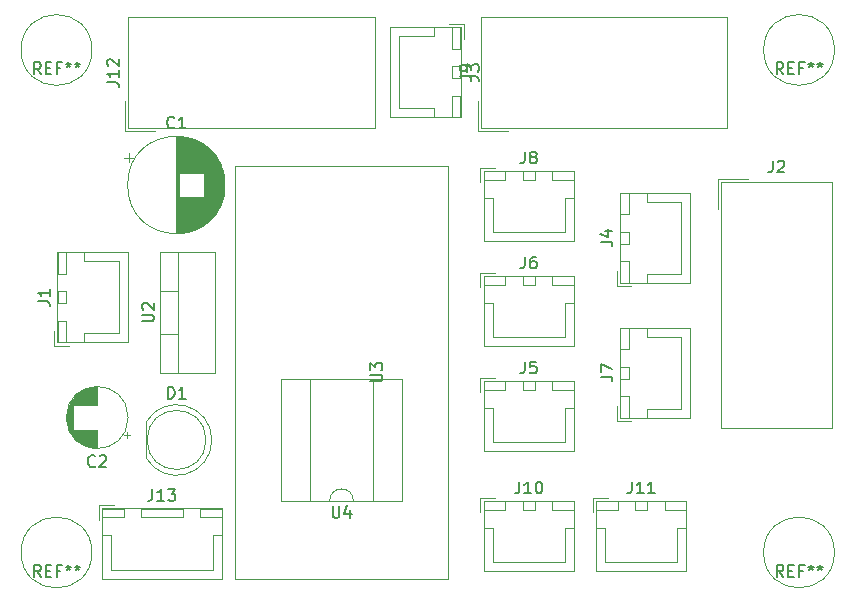
<source format=gbr>
G04 #@! TF.GenerationSoftware,KiCad,Pcbnew,(5.1.2)-2*
G04 #@! TF.CreationDate,2021-07-01T16:30:17+09:00*
G04 #@! TF.ProjectId,stepper_tokutyu,73746570-7065-4725-9f74-6f6b75747975,rev?*
G04 #@! TF.SameCoordinates,Original*
G04 #@! TF.FileFunction,Legend,Top*
G04 #@! TF.FilePolarity,Positive*
%FSLAX46Y46*%
G04 Gerber Fmt 4.6, Leading zero omitted, Abs format (unit mm)*
G04 Created by KiCad (PCBNEW (5.1.2)-2) date 2021-07-01 16:30:17*
%MOMM*%
%LPD*%
G04 APERTURE LIST*
%ADD10C,0.120000*%
%ADD11C,0.150000*%
G04 APERTURE END LIST*
D10*
X111585000Y-106045000D02*
G75*
G03X111585000Y-106045000I-3000000J0D01*
G01*
X111585000Y-148590000D02*
G75*
G03X111585000Y-148590000I-3000000J0D01*
G01*
X174450000Y-148590000D02*
G75*
G03X174450000Y-148590000I-3000000J0D01*
G01*
X174450000Y-106045000D02*
G75*
G03X174450000Y-106045000I-3000000J0D01*
G01*
X122845000Y-117475000D02*
G75*
G03X122845000Y-117475000I-4120000J0D01*
G01*
X118725000Y-113395000D02*
X118725000Y-121555000D01*
X118765000Y-113395000D02*
X118765000Y-121555000D01*
X118805000Y-113395000D02*
X118805000Y-121555000D01*
X118845000Y-113396000D02*
X118845000Y-121554000D01*
X118885000Y-113398000D02*
X118885000Y-121552000D01*
X118925000Y-113399000D02*
X118925000Y-121551000D01*
X118965000Y-113401000D02*
X118965000Y-116435000D01*
X118965000Y-118515000D02*
X118965000Y-121549000D01*
X119005000Y-113404000D02*
X119005000Y-116435000D01*
X119005000Y-118515000D02*
X119005000Y-121546000D01*
X119045000Y-113407000D02*
X119045000Y-116435000D01*
X119045000Y-118515000D02*
X119045000Y-121543000D01*
X119085000Y-113410000D02*
X119085000Y-116435000D01*
X119085000Y-118515000D02*
X119085000Y-121540000D01*
X119125000Y-113414000D02*
X119125000Y-116435000D01*
X119125000Y-118515000D02*
X119125000Y-121536000D01*
X119165000Y-113418000D02*
X119165000Y-116435000D01*
X119165000Y-118515000D02*
X119165000Y-121532000D01*
X119205000Y-113423000D02*
X119205000Y-116435000D01*
X119205000Y-118515000D02*
X119205000Y-121527000D01*
X119245000Y-113427000D02*
X119245000Y-116435000D01*
X119245000Y-118515000D02*
X119245000Y-121523000D01*
X119285000Y-113433000D02*
X119285000Y-116435000D01*
X119285000Y-118515000D02*
X119285000Y-121517000D01*
X119325000Y-113438000D02*
X119325000Y-116435000D01*
X119325000Y-118515000D02*
X119325000Y-121512000D01*
X119365000Y-113445000D02*
X119365000Y-116435000D01*
X119365000Y-118515000D02*
X119365000Y-121505000D01*
X119405000Y-113451000D02*
X119405000Y-116435000D01*
X119405000Y-118515000D02*
X119405000Y-121499000D01*
X119446000Y-113458000D02*
X119446000Y-116435000D01*
X119446000Y-118515000D02*
X119446000Y-121492000D01*
X119486000Y-113465000D02*
X119486000Y-116435000D01*
X119486000Y-118515000D02*
X119486000Y-121485000D01*
X119526000Y-113473000D02*
X119526000Y-116435000D01*
X119526000Y-118515000D02*
X119526000Y-121477000D01*
X119566000Y-113481000D02*
X119566000Y-116435000D01*
X119566000Y-118515000D02*
X119566000Y-121469000D01*
X119606000Y-113490000D02*
X119606000Y-116435000D01*
X119606000Y-118515000D02*
X119606000Y-121460000D01*
X119646000Y-113499000D02*
X119646000Y-116435000D01*
X119646000Y-118515000D02*
X119646000Y-121451000D01*
X119686000Y-113508000D02*
X119686000Y-116435000D01*
X119686000Y-118515000D02*
X119686000Y-121442000D01*
X119726000Y-113518000D02*
X119726000Y-116435000D01*
X119726000Y-118515000D02*
X119726000Y-121432000D01*
X119766000Y-113528000D02*
X119766000Y-116435000D01*
X119766000Y-118515000D02*
X119766000Y-121422000D01*
X119806000Y-113539000D02*
X119806000Y-116435000D01*
X119806000Y-118515000D02*
X119806000Y-121411000D01*
X119846000Y-113550000D02*
X119846000Y-116435000D01*
X119846000Y-118515000D02*
X119846000Y-121400000D01*
X119886000Y-113561000D02*
X119886000Y-116435000D01*
X119886000Y-118515000D02*
X119886000Y-121389000D01*
X119926000Y-113573000D02*
X119926000Y-116435000D01*
X119926000Y-118515000D02*
X119926000Y-121377000D01*
X119966000Y-113586000D02*
X119966000Y-116435000D01*
X119966000Y-118515000D02*
X119966000Y-121364000D01*
X120006000Y-113598000D02*
X120006000Y-116435000D01*
X120006000Y-118515000D02*
X120006000Y-121352000D01*
X120046000Y-113612000D02*
X120046000Y-116435000D01*
X120046000Y-118515000D02*
X120046000Y-121338000D01*
X120086000Y-113625000D02*
X120086000Y-116435000D01*
X120086000Y-118515000D02*
X120086000Y-121325000D01*
X120126000Y-113640000D02*
X120126000Y-116435000D01*
X120126000Y-118515000D02*
X120126000Y-121310000D01*
X120166000Y-113654000D02*
X120166000Y-116435000D01*
X120166000Y-118515000D02*
X120166000Y-121296000D01*
X120206000Y-113670000D02*
X120206000Y-116435000D01*
X120206000Y-118515000D02*
X120206000Y-121280000D01*
X120246000Y-113685000D02*
X120246000Y-116435000D01*
X120246000Y-118515000D02*
X120246000Y-121265000D01*
X120286000Y-113701000D02*
X120286000Y-116435000D01*
X120286000Y-118515000D02*
X120286000Y-121249000D01*
X120326000Y-113718000D02*
X120326000Y-116435000D01*
X120326000Y-118515000D02*
X120326000Y-121232000D01*
X120366000Y-113735000D02*
X120366000Y-116435000D01*
X120366000Y-118515000D02*
X120366000Y-121215000D01*
X120406000Y-113753000D02*
X120406000Y-116435000D01*
X120406000Y-118515000D02*
X120406000Y-121197000D01*
X120446000Y-113771000D02*
X120446000Y-116435000D01*
X120446000Y-118515000D02*
X120446000Y-121179000D01*
X120486000Y-113789000D02*
X120486000Y-116435000D01*
X120486000Y-118515000D02*
X120486000Y-121161000D01*
X120526000Y-113809000D02*
X120526000Y-116435000D01*
X120526000Y-118515000D02*
X120526000Y-121141000D01*
X120566000Y-113828000D02*
X120566000Y-116435000D01*
X120566000Y-118515000D02*
X120566000Y-121122000D01*
X120606000Y-113848000D02*
X120606000Y-116435000D01*
X120606000Y-118515000D02*
X120606000Y-121102000D01*
X120646000Y-113869000D02*
X120646000Y-116435000D01*
X120646000Y-118515000D02*
X120646000Y-121081000D01*
X120686000Y-113891000D02*
X120686000Y-116435000D01*
X120686000Y-118515000D02*
X120686000Y-121059000D01*
X120726000Y-113913000D02*
X120726000Y-116435000D01*
X120726000Y-118515000D02*
X120726000Y-121037000D01*
X120766000Y-113935000D02*
X120766000Y-116435000D01*
X120766000Y-118515000D02*
X120766000Y-121015000D01*
X120806000Y-113958000D02*
X120806000Y-116435000D01*
X120806000Y-118515000D02*
X120806000Y-120992000D01*
X120846000Y-113982000D02*
X120846000Y-116435000D01*
X120846000Y-118515000D02*
X120846000Y-120968000D01*
X120886000Y-114006000D02*
X120886000Y-116435000D01*
X120886000Y-118515000D02*
X120886000Y-120944000D01*
X120926000Y-114031000D02*
X120926000Y-116435000D01*
X120926000Y-118515000D02*
X120926000Y-120919000D01*
X120966000Y-114057000D02*
X120966000Y-116435000D01*
X120966000Y-118515000D02*
X120966000Y-120893000D01*
X121006000Y-114083000D02*
X121006000Y-116435000D01*
X121006000Y-118515000D02*
X121006000Y-120867000D01*
X121046000Y-114110000D02*
X121046000Y-120840000D01*
X121086000Y-114137000D02*
X121086000Y-120813000D01*
X121126000Y-114166000D02*
X121126000Y-120784000D01*
X121166000Y-114195000D02*
X121166000Y-120755000D01*
X121206000Y-114225000D02*
X121206000Y-120725000D01*
X121246000Y-114255000D02*
X121246000Y-120695000D01*
X121286000Y-114286000D02*
X121286000Y-120664000D01*
X121326000Y-114319000D02*
X121326000Y-120631000D01*
X121366000Y-114351000D02*
X121366000Y-120599000D01*
X121406000Y-114385000D02*
X121406000Y-120565000D01*
X121446000Y-114420000D02*
X121446000Y-120530000D01*
X121486000Y-114456000D02*
X121486000Y-120494000D01*
X121526000Y-114492000D02*
X121526000Y-120458000D01*
X121566000Y-114530000D02*
X121566000Y-120420000D01*
X121606000Y-114568000D02*
X121606000Y-120382000D01*
X121646000Y-114608000D02*
X121646000Y-120342000D01*
X121686000Y-114649000D02*
X121686000Y-120301000D01*
X121726000Y-114691000D02*
X121726000Y-120259000D01*
X121766000Y-114734000D02*
X121766000Y-120216000D01*
X121806000Y-114778000D02*
X121806000Y-120172000D01*
X121846000Y-114824000D02*
X121846000Y-120126000D01*
X121886000Y-114871000D02*
X121886000Y-120079000D01*
X121926000Y-114919000D02*
X121926000Y-120031000D01*
X121966000Y-114970000D02*
X121966000Y-119980000D01*
X122006000Y-115021000D02*
X122006000Y-119929000D01*
X122046000Y-115075000D02*
X122046000Y-119875000D01*
X122086000Y-115130000D02*
X122086000Y-119820000D01*
X122126000Y-115188000D02*
X122126000Y-119762000D01*
X122166000Y-115247000D02*
X122166000Y-119703000D01*
X122206000Y-115309000D02*
X122206000Y-119641000D01*
X122246000Y-115373000D02*
X122246000Y-119577000D01*
X122286000Y-115441000D02*
X122286000Y-119509000D01*
X122326000Y-115511000D02*
X122326000Y-119439000D01*
X122366000Y-115585000D02*
X122366000Y-119365000D01*
X122406000Y-115662000D02*
X122406000Y-119288000D01*
X122446000Y-115744000D02*
X122446000Y-119206000D01*
X122486000Y-115830000D02*
X122486000Y-119120000D01*
X122526000Y-115923000D02*
X122526000Y-119027000D01*
X122566000Y-116022000D02*
X122566000Y-118928000D01*
X122606000Y-116129000D02*
X122606000Y-118821000D01*
X122646000Y-116246000D02*
X122646000Y-118704000D01*
X122686000Y-116377000D02*
X122686000Y-118573000D01*
X122726000Y-116527000D02*
X122726000Y-118423000D01*
X122766000Y-116707000D02*
X122766000Y-118243000D01*
X122806000Y-116942000D02*
X122806000Y-118008000D01*
X114315302Y-115160000D02*
X115115302Y-115160000D01*
X114715302Y-114760000D02*
X114715302Y-115560000D01*
X114650000Y-137160000D02*
G75*
G03X114650000Y-137160000I-2620000J0D01*
G01*
X112030000Y-136120000D02*
X112030000Y-134580000D01*
X112030000Y-139740000D02*
X112030000Y-138200000D01*
X111990000Y-136120000D02*
X111990000Y-134580000D01*
X111990000Y-139740000D02*
X111990000Y-138200000D01*
X111950000Y-139739000D02*
X111950000Y-138200000D01*
X111950000Y-136120000D02*
X111950000Y-134581000D01*
X111910000Y-139738000D02*
X111910000Y-138200000D01*
X111910000Y-136120000D02*
X111910000Y-134582000D01*
X111870000Y-139736000D02*
X111870000Y-138200000D01*
X111870000Y-136120000D02*
X111870000Y-134584000D01*
X111830000Y-139733000D02*
X111830000Y-138200000D01*
X111830000Y-136120000D02*
X111830000Y-134587000D01*
X111790000Y-139729000D02*
X111790000Y-138200000D01*
X111790000Y-136120000D02*
X111790000Y-134591000D01*
X111750000Y-139725000D02*
X111750000Y-138200000D01*
X111750000Y-136120000D02*
X111750000Y-134595000D01*
X111710000Y-139721000D02*
X111710000Y-138200000D01*
X111710000Y-136120000D02*
X111710000Y-134599000D01*
X111670000Y-139716000D02*
X111670000Y-138200000D01*
X111670000Y-136120000D02*
X111670000Y-134604000D01*
X111630000Y-139710000D02*
X111630000Y-138200000D01*
X111630000Y-136120000D02*
X111630000Y-134610000D01*
X111590000Y-139703000D02*
X111590000Y-138200000D01*
X111590000Y-136120000D02*
X111590000Y-134617000D01*
X111550000Y-139696000D02*
X111550000Y-138200000D01*
X111550000Y-136120000D02*
X111550000Y-134624000D01*
X111510000Y-139688000D02*
X111510000Y-138200000D01*
X111510000Y-136120000D02*
X111510000Y-134632000D01*
X111470000Y-139680000D02*
X111470000Y-138200000D01*
X111470000Y-136120000D02*
X111470000Y-134640000D01*
X111430000Y-139671000D02*
X111430000Y-138200000D01*
X111430000Y-136120000D02*
X111430000Y-134649000D01*
X111390000Y-139661000D02*
X111390000Y-138200000D01*
X111390000Y-136120000D02*
X111390000Y-134659000D01*
X111350000Y-139651000D02*
X111350000Y-138200000D01*
X111350000Y-136120000D02*
X111350000Y-134669000D01*
X111309000Y-139640000D02*
X111309000Y-138200000D01*
X111309000Y-136120000D02*
X111309000Y-134680000D01*
X111269000Y-139628000D02*
X111269000Y-138200000D01*
X111269000Y-136120000D02*
X111269000Y-134692000D01*
X111229000Y-139615000D02*
X111229000Y-138200000D01*
X111229000Y-136120000D02*
X111229000Y-134705000D01*
X111189000Y-139602000D02*
X111189000Y-138200000D01*
X111189000Y-136120000D02*
X111189000Y-134718000D01*
X111149000Y-139588000D02*
X111149000Y-138200000D01*
X111149000Y-136120000D02*
X111149000Y-134732000D01*
X111109000Y-139574000D02*
X111109000Y-138200000D01*
X111109000Y-136120000D02*
X111109000Y-134746000D01*
X111069000Y-139558000D02*
X111069000Y-138200000D01*
X111069000Y-136120000D02*
X111069000Y-134762000D01*
X111029000Y-139542000D02*
X111029000Y-138200000D01*
X111029000Y-136120000D02*
X111029000Y-134778000D01*
X110989000Y-139525000D02*
X110989000Y-138200000D01*
X110989000Y-136120000D02*
X110989000Y-134795000D01*
X110949000Y-139508000D02*
X110949000Y-138200000D01*
X110949000Y-136120000D02*
X110949000Y-134812000D01*
X110909000Y-139489000D02*
X110909000Y-138200000D01*
X110909000Y-136120000D02*
X110909000Y-134831000D01*
X110869000Y-139470000D02*
X110869000Y-138200000D01*
X110869000Y-136120000D02*
X110869000Y-134850000D01*
X110829000Y-139450000D02*
X110829000Y-138200000D01*
X110829000Y-136120000D02*
X110829000Y-134870000D01*
X110789000Y-139428000D02*
X110789000Y-138200000D01*
X110789000Y-136120000D02*
X110789000Y-134892000D01*
X110749000Y-139407000D02*
X110749000Y-138200000D01*
X110749000Y-136120000D02*
X110749000Y-134913000D01*
X110709000Y-139384000D02*
X110709000Y-138200000D01*
X110709000Y-136120000D02*
X110709000Y-134936000D01*
X110669000Y-139360000D02*
X110669000Y-138200000D01*
X110669000Y-136120000D02*
X110669000Y-134960000D01*
X110629000Y-139335000D02*
X110629000Y-138200000D01*
X110629000Y-136120000D02*
X110629000Y-134985000D01*
X110589000Y-139309000D02*
X110589000Y-138200000D01*
X110589000Y-136120000D02*
X110589000Y-135011000D01*
X110549000Y-139282000D02*
X110549000Y-138200000D01*
X110549000Y-136120000D02*
X110549000Y-135038000D01*
X110509000Y-139255000D02*
X110509000Y-138200000D01*
X110509000Y-136120000D02*
X110509000Y-135065000D01*
X110469000Y-139225000D02*
X110469000Y-138200000D01*
X110469000Y-136120000D02*
X110469000Y-135095000D01*
X110429000Y-139195000D02*
X110429000Y-138200000D01*
X110429000Y-136120000D02*
X110429000Y-135125000D01*
X110389000Y-139164000D02*
X110389000Y-138200000D01*
X110389000Y-136120000D02*
X110389000Y-135156000D01*
X110349000Y-139131000D02*
X110349000Y-138200000D01*
X110349000Y-136120000D02*
X110349000Y-135189000D01*
X110309000Y-139097000D02*
X110309000Y-138200000D01*
X110309000Y-136120000D02*
X110309000Y-135223000D01*
X110269000Y-139061000D02*
X110269000Y-138200000D01*
X110269000Y-136120000D02*
X110269000Y-135259000D01*
X110229000Y-139024000D02*
X110229000Y-138200000D01*
X110229000Y-136120000D02*
X110229000Y-135296000D01*
X110189000Y-138986000D02*
X110189000Y-138200000D01*
X110189000Y-136120000D02*
X110189000Y-135334000D01*
X110149000Y-138945000D02*
X110149000Y-138200000D01*
X110149000Y-136120000D02*
X110149000Y-135375000D01*
X110109000Y-138903000D02*
X110109000Y-138200000D01*
X110109000Y-136120000D02*
X110109000Y-135417000D01*
X110069000Y-138859000D02*
X110069000Y-138200000D01*
X110069000Y-136120000D02*
X110069000Y-135461000D01*
X110029000Y-138813000D02*
X110029000Y-138200000D01*
X110029000Y-136120000D02*
X110029000Y-135507000D01*
X109989000Y-138765000D02*
X109989000Y-135555000D01*
X109949000Y-138714000D02*
X109949000Y-135606000D01*
X109909000Y-138660000D02*
X109909000Y-135660000D01*
X109869000Y-138603000D02*
X109869000Y-135717000D01*
X109829000Y-138543000D02*
X109829000Y-135777000D01*
X109789000Y-138479000D02*
X109789000Y-135841000D01*
X109749000Y-138411000D02*
X109749000Y-135909000D01*
X109709000Y-138338000D02*
X109709000Y-135982000D01*
X109669000Y-138258000D02*
X109669000Y-136062000D01*
X109629000Y-138171000D02*
X109629000Y-136149000D01*
X109589000Y-138075000D02*
X109589000Y-136245000D01*
X109549000Y-137965000D02*
X109549000Y-136355000D01*
X109509000Y-137837000D02*
X109509000Y-136483000D01*
X109469000Y-137678000D02*
X109469000Y-136642000D01*
X109429000Y-137444000D02*
X109429000Y-136876000D01*
X114834775Y-138635000D02*
X114334775Y-138635000D01*
X114584775Y-138885000D02*
X114584775Y-138385000D01*
X108665000Y-130790000D02*
X114635000Y-130790000D01*
X114635000Y-130790000D02*
X114635000Y-123170000D01*
X114635000Y-123170000D02*
X108665000Y-123170000D01*
X108665000Y-123170000D02*
X108665000Y-130790000D01*
X108675000Y-127480000D02*
X109425000Y-127480000D01*
X109425000Y-127480000D02*
X109425000Y-126480000D01*
X109425000Y-126480000D02*
X108675000Y-126480000D01*
X108675000Y-126480000D02*
X108675000Y-127480000D01*
X108675000Y-130780000D02*
X109425000Y-130780000D01*
X109425000Y-130780000D02*
X109425000Y-128980000D01*
X109425000Y-128980000D02*
X108675000Y-128980000D01*
X108675000Y-128980000D02*
X108675000Y-130780000D01*
X108675000Y-124980000D02*
X109425000Y-124980000D01*
X109425000Y-124980000D02*
X109425000Y-123180000D01*
X109425000Y-123180000D02*
X108675000Y-123180000D01*
X108675000Y-123180000D02*
X108675000Y-124980000D01*
X110925000Y-130780000D02*
X110925000Y-130030000D01*
X110925000Y-130030000D02*
X113875000Y-130030000D01*
X113875000Y-130030000D02*
X113875000Y-126980000D01*
X110925000Y-123180000D02*
X110925000Y-123930000D01*
X110925000Y-123930000D02*
X113875000Y-123930000D01*
X113875000Y-123930000D02*
X113875000Y-126980000D01*
X108375000Y-129830000D02*
X108375000Y-131080000D01*
X108375000Y-131080000D02*
X109625000Y-131080000D01*
X164620000Y-116955000D02*
X167160000Y-116955000D01*
X164620000Y-116955000D02*
X164620000Y-119495000D01*
X164870000Y-117205000D02*
X174220000Y-117205000D01*
X164870000Y-138065000D02*
X164870000Y-117205000D01*
X174220000Y-138065000D02*
X164870000Y-138065000D01*
X174220000Y-117205000D02*
X174220000Y-138065000D01*
X142795000Y-104120000D02*
X136825000Y-104120000D01*
X136825000Y-104120000D02*
X136825000Y-111740000D01*
X136825000Y-111740000D02*
X142795000Y-111740000D01*
X142795000Y-111740000D02*
X142795000Y-104120000D01*
X142785000Y-107430000D02*
X142035000Y-107430000D01*
X142035000Y-107430000D02*
X142035000Y-108430000D01*
X142035000Y-108430000D02*
X142785000Y-108430000D01*
X142785000Y-108430000D02*
X142785000Y-107430000D01*
X142785000Y-104130000D02*
X142035000Y-104130000D01*
X142035000Y-104130000D02*
X142035000Y-105930000D01*
X142035000Y-105930000D02*
X142785000Y-105930000D01*
X142785000Y-105930000D02*
X142785000Y-104130000D01*
X142785000Y-109930000D02*
X142035000Y-109930000D01*
X142035000Y-109930000D02*
X142035000Y-111730000D01*
X142035000Y-111730000D02*
X142785000Y-111730000D01*
X142785000Y-111730000D02*
X142785000Y-109930000D01*
X140535000Y-104130000D02*
X140535000Y-104880000D01*
X140535000Y-104880000D02*
X137585000Y-104880000D01*
X137585000Y-104880000D02*
X137585000Y-107930000D01*
X140535000Y-111730000D02*
X140535000Y-110980000D01*
X140535000Y-110980000D02*
X137585000Y-110980000D01*
X137585000Y-110980000D02*
X137585000Y-107930000D01*
X143085000Y-105080000D02*
X143085000Y-103830000D01*
X143085000Y-103830000D02*
X141835000Y-103830000D01*
X156000000Y-126040000D02*
X157250000Y-126040000D01*
X156000000Y-124790000D02*
X156000000Y-126040000D01*
X161500000Y-118890000D02*
X161500000Y-121940000D01*
X158550000Y-118890000D02*
X161500000Y-118890000D01*
X158550000Y-118140000D02*
X158550000Y-118890000D01*
X161500000Y-124990000D02*
X161500000Y-121940000D01*
X158550000Y-124990000D02*
X161500000Y-124990000D01*
X158550000Y-125740000D02*
X158550000Y-124990000D01*
X156300000Y-118140000D02*
X156300000Y-119940000D01*
X157050000Y-118140000D02*
X156300000Y-118140000D01*
X157050000Y-119940000D02*
X157050000Y-118140000D01*
X156300000Y-119940000D02*
X157050000Y-119940000D01*
X156300000Y-123940000D02*
X156300000Y-125740000D01*
X157050000Y-123940000D02*
X156300000Y-123940000D01*
X157050000Y-125740000D02*
X157050000Y-123940000D01*
X156300000Y-125740000D02*
X157050000Y-125740000D01*
X156300000Y-121440000D02*
X156300000Y-122440000D01*
X157050000Y-121440000D02*
X156300000Y-121440000D01*
X157050000Y-122440000D02*
X157050000Y-121440000D01*
X156300000Y-122440000D02*
X157050000Y-122440000D01*
X156290000Y-118130000D02*
X156290000Y-125750000D01*
X162260000Y-118130000D02*
X156290000Y-118130000D01*
X162260000Y-125750000D02*
X162260000Y-118130000D01*
X156290000Y-125750000D02*
X162260000Y-125750000D01*
X144470000Y-133775000D02*
X144470000Y-135025000D01*
X145720000Y-133775000D02*
X144470000Y-133775000D01*
X151620000Y-139275000D02*
X148570000Y-139275000D01*
X151620000Y-136325000D02*
X151620000Y-139275000D01*
X152370000Y-136325000D02*
X151620000Y-136325000D01*
X145520000Y-139275000D02*
X148570000Y-139275000D01*
X145520000Y-136325000D02*
X145520000Y-139275000D01*
X144770000Y-136325000D02*
X145520000Y-136325000D01*
X152370000Y-134075000D02*
X150570000Y-134075000D01*
X152370000Y-134825000D02*
X152370000Y-134075000D01*
X150570000Y-134825000D02*
X152370000Y-134825000D01*
X150570000Y-134075000D02*
X150570000Y-134825000D01*
X146570000Y-134075000D02*
X144770000Y-134075000D01*
X146570000Y-134825000D02*
X146570000Y-134075000D01*
X144770000Y-134825000D02*
X146570000Y-134825000D01*
X144770000Y-134075000D02*
X144770000Y-134825000D01*
X149070000Y-134075000D02*
X148070000Y-134075000D01*
X149070000Y-134825000D02*
X149070000Y-134075000D01*
X148070000Y-134825000D02*
X149070000Y-134825000D01*
X148070000Y-134075000D02*
X148070000Y-134825000D01*
X152380000Y-134065000D02*
X144760000Y-134065000D01*
X152380000Y-140035000D02*
X152380000Y-134065000D01*
X144760000Y-140035000D02*
X152380000Y-140035000D01*
X144760000Y-134065000D02*
X144760000Y-140035000D01*
X144760000Y-125175000D02*
X144760000Y-131145000D01*
X144760000Y-131145000D02*
X152380000Y-131145000D01*
X152380000Y-131145000D02*
X152380000Y-125175000D01*
X152380000Y-125175000D02*
X144760000Y-125175000D01*
X148070000Y-125185000D02*
X148070000Y-125935000D01*
X148070000Y-125935000D02*
X149070000Y-125935000D01*
X149070000Y-125935000D02*
X149070000Y-125185000D01*
X149070000Y-125185000D02*
X148070000Y-125185000D01*
X144770000Y-125185000D02*
X144770000Y-125935000D01*
X144770000Y-125935000D02*
X146570000Y-125935000D01*
X146570000Y-125935000D02*
X146570000Y-125185000D01*
X146570000Y-125185000D02*
X144770000Y-125185000D01*
X150570000Y-125185000D02*
X150570000Y-125935000D01*
X150570000Y-125935000D02*
X152370000Y-125935000D01*
X152370000Y-125935000D02*
X152370000Y-125185000D01*
X152370000Y-125185000D02*
X150570000Y-125185000D01*
X144770000Y-127435000D02*
X145520000Y-127435000D01*
X145520000Y-127435000D02*
X145520000Y-130385000D01*
X145520000Y-130385000D02*
X148570000Y-130385000D01*
X152370000Y-127435000D02*
X151620000Y-127435000D01*
X151620000Y-127435000D02*
X151620000Y-130385000D01*
X151620000Y-130385000D02*
X148570000Y-130385000D01*
X145720000Y-124885000D02*
X144470000Y-124885000D01*
X144470000Y-124885000D02*
X144470000Y-126135000D01*
X156290000Y-137180000D02*
X162260000Y-137180000D01*
X162260000Y-137180000D02*
X162260000Y-129560000D01*
X162260000Y-129560000D02*
X156290000Y-129560000D01*
X156290000Y-129560000D02*
X156290000Y-137180000D01*
X156300000Y-133870000D02*
X157050000Y-133870000D01*
X157050000Y-133870000D02*
X157050000Y-132870000D01*
X157050000Y-132870000D02*
X156300000Y-132870000D01*
X156300000Y-132870000D02*
X156300000Y-133870000D01*
X156300000Y-137170000D02*
X157050000Y-137170000D01*
X157050000Y-137170000D02*
X157050000Y-135370000D01*
X157050000Y-135370000D02*
X156300000Y-135370000D01*
X156300000Y-135370000D02*
X156300000Y-137170000D01*
X156300000Y-131370000D02*
X157050000Y-131370000D01*
X157050000Y-131370000D02*
X157050000Y-129570000D01*
X157050000Y-129570000D02*
X156300000Y-129570000D01*
X156300000Y-129570000D02*
X156300000Y-131370000D01*
X158550000Y-137170000D02*
X158550000Y-136420000D01*
X158550000Y-136420000D02*
X161500000Y-136420000D01*
X161500000Y-136420000D02*
X161500000Y-133370000D01*
X158550000Y-129570000D02*
X158550000Y-130320000D01*
X158550000Y-130320000D02*
X161500000Y-130320000D01*
X161500000Y-130320000D02*
X161500000Y-133370000D01*
X156000000Y-136220000D02*
X156000000Y-137470000D01*
X156000000Y-137470000D02*
X157250000Y-137470000D01*
X144470000Y-115995000D02*
X144470000Y-117245000D01*
X145720000Y-115995000D02*
X144470000Y-115995000D01*
X151620000Y-121495000D02*
X148570000Y-121495000D01*
X151620000Y-118545000D02*
X151620000Y-121495000D01*
X152370000Y-118545000D02*
X151620000Y-118545000D01*
X145520000Y-121495000D02*
X148570000Y-121495000D01*
X145520000Y-118545000D02*
X145520000Y-121495000D01*
X144770000Y-118545000D02*
X145520000Y-118545000D01*
X152370000Y-116295000D02*
X150570000Y-116295000D01*
X152370000Y-117045000D02*
X152370000Y-116295000D01*
X150570000Y-117045000D02*
X152370000Y-117045000D01*
X150570000Y-116295000D02*
X150570000Y-117045000D01*
X146570000Y-116295000D02*
X144770000Y-116295000D01*
X146570000Y-117045000D02*
X146570000Y-116295000D01*
X144770000Y-117045000D02*
X146570000Y-117045000D01*
X144770000Y-116295000D02*
X144770000Y-117045000D01*
X149070000Y-116295000D02*
X148070000Y-116295000D01*
X149070000Y-117045000D02*
X149070000Y-116295000D01*
X148070000Y-117045000D02*
X149070000Y-117045000D01*
X148070000Y-116295000D02*
X148070000Y-117045000D01*
X152380000Y-116285000D02*
X144760000Y-116285000D01*
X152380000Y-122255000D02*
X152380000Y-116285000D01*
X144760000Y-122255000D02*
X152380000Y-122255000D01*
X144760000Y-116285000D02*
X144760000Y-122255000D01*
X144510000Y-103275000D02*
X165370000Y-103275000D01*
X165370000Y-103275000D02*
X165370000Y-112625000D01*
X165370000Y-112625000D02*
X144510000Y-112625000D01*
X144510000Y-112625000D02*
X144510000Y-103275000D01*
X144260000Y-112875000D02*
X146800000Y-112875000D01*
X144260000Y-112875000D02*
X144260000Y-110335000D01*
X144470000Y-143935000D02*
X144470000Y-145185000D01*
X145720000Y-143935000D02*
X144470000Y-143935000D01*
X151620000Y-149435000D02*
X148570000Y-149435000D01*
X151620000Y-146485000D02*
X151620000Y-149435000D01*
X152370000Y-146485000D02*
X151620000Y-146485000D01*
X145520000Y-149435000D02*
X148570000Y-149435000D01*
X145520000Y-146485000D02*
X145520000Y-149435000D01*
X144770000Y-146485000D02*
X145520000Y-146485000D01*
X152370000Y-144235000D02*
X150570000Y-144235000D01*
X152370000Y-144985000D02*
X152370000Y-144235000D01*
X150570000Y-144985000D02*
X152370000Y-144985000D01*
X150570000Y-144235000D02*
X150570000Y-144985000D01*
X146570000Y-144235000D02*
X144770000Y-144235000D01*
X146570000Y-144985000D02*
X146570000Y-144235000D01*
X144770000Y-144985000D02*
X146570000Y-144985000D01*
X144770000Y-144235000D02*
X144770000Y-144985000D01*
X149070000Y-144235000D02*
X148070000Y-144235000D01*
X149070000Y-144985000D02*
X149070000Y-144235000D01*
X148070000Y-144985000D02*
X149070000Y-144985000D01*
X148070000Y-144235000D02*
X148070000Y-144985000D01*
X152380000Y-144225000D02*
X144760000Y-144225000D01*
X152380000Y-150195000D02*
X152380000Y-144225000D01*
X144760000Y-150195000D02*
X152380000Y-150195000D01*
X144760000Y-144225000D02*
X144760000Y-150195000D01*
X154285000Y-144225000D02*
X154285000Y-150195000D01*
X154285000Y-150195000D02*
X161905000Y-150195000D01*
X161905000Y-150195000D02*
X161905000Y-144225000D01*
X161905000Y-144225000D02*
X154285000Y-144225000D01*
X157595000Y-144235000D02*
X157595000Y-144985000D01*
X157595000Y-144985000D02*
X158595000Y-144985000D01*
X158595000Y-144985000D02*
X158595000Y-144235000D01*
X158595000Y-144235000D02*
X157595000Y-144235000D01*
X154295000Y-144235000D02*
X154295000Y-144985000D01*
X154295000Y-144985000D02*
X156095000Y-144985000D01*
X156095000Y-144985000D02*
X156095000Y-144235000D01*
X156095000Y-144235000D02*
X154295000Y-144235000D01*
X160095000Y-144235000D02*
X160095000Y-144985000D01*
X160095000Y-144985000D02*
X161895000Y-144985000D01*
X161895000Y-144985000D02*
X161895000Y-144235000D01*
X161895000Y-144235000D02*
X160095000Y-144235000D01*
X154295000Y-146485000D02*
X155045000Y-146485000D01*
X155045000Y-146485000D02*
X155045000Y-149435000D01*
X155045000Y-149435000D02*
X158095000Y-149435000D01*
X161895000Y-146485000D02*
X161145000Y-146485000D01*
X161145000Y-146485000D02*
X161145000Y-149435000D01*
X161145000Y-149435000D02*
X158095000Y-149435000D01*
X155245000Y-143935000D02*
X153995000Y-143935000D01*
X153995000Y-143935000D02*
X153995000Y-145185000D01*
X114665000Y-103275000D02*
X135525000Y-103275000D01*
X135525000Y-103275000D02*
X135525000Y-112625000D01*
X135525000Y-112625000D02*
X114665000Y-112625000D01*
X114665000Y-112625000D02*
X114665000Y-103275000D01*
X114415000Y-112875000D02*
X116955000Y-112875000D01*
X114415000Y-112875000D02*
X114415000Y-110335000D01*
X112455000Y-144860000D02*
X112455000Y-150830000D01*
X112455000Y-150830000D02*
X122575000Y-150830000D01*
X122575000Y-150830000D02*
X122575000Y-144860000D01*
X122575000Y-144860000D02*
X112455000Y-144860000D01*
X115765000Y-144870000D02*
X115765000Y-145620000D01*
X115765000Y-145620000D02*
X119265000Y-145620000D01*
X119265000Y-145620000D02*
X119265000Y-144870000D01*
X119265000Y-144870000D02*
X115765000Y-144870000D01*
X112465000Y-144870000D02*
X112465000Y-145620000D01*
X112465000Y-145620000D02*
X114265000Y-145620000D01*
X114265000Y-145620000D02*
X114265000Y-144870000D01*
X114265000Y-144870000D02*
X112465000Y-144870000D01*
X120765000Y-144870000D02*
X120765000Y-145620000D01*
X120765000Y-145620000D02*
X122565000Y-145620000D01*
X122565000Y-145620000D02*
X122565000Y-144870000D01*
X122565000Y-144870000D02*
X120765000Y-144870000D01*
X112465000Y-147120000D02*
X113215000Y-147120000D01*
X113215000Y-147120000D02*
X113215000Y-150070000D01*
X113215000Y-150070000D02*
X117515000Y-150070000D01*
X122565000Y-147120000D02*
X121815000Y-147120000D01*
X121815000Y-147120000D02*
X121815000Y-150070000D01*
X121815000Y-150070000D02*
X117515000Y-150070000D01*
X113415000Y-144570000D02*
X112165000Y-144570000D01*
X112165000Y-144570000D02*
X112165000Y-145820000D01*
X117380000Y-133390000D02*
X117380000Y-123150000D01*
X122021000Y-133390000D02*
X122021000Y-123150000D01*
X117380000Y-133390000D02*
X122021000Y-133390000D01*
X117380000Y-123150000D02*
X122021000Y-123150000D01*
X118890000Y-133390000D02*
X118890000Y-123150000D01*
X117380000Y-130120000D02*
X118890000Y-130120000D01*
X117380000Y-126419000D02*
X118890000Y-126419000D01*
X123715000Y-150850000D02*
X141715000Y-150850000D01*
X141715000Y-115850000D02*
X123715000Y-115850000D01*
X123715000Y-115850000D02*
X123715000Y-150850000D01*
X141715000Y-115850000D02*
X141715000Y-150850000D01*
X131715000Y-144205000D02*
G75*
G02X133715000Y-144205000I1000000J0D01*
G01*
X133715000Y-144205000D02*
X135365000Y-144205000D01*
X135365000Y-144205000D02*
X135365000Y-133925000D01*
X135365000Y-133925000D02*
X130065000Y-133925000D01*
X130065000Y-133925000D02*
X130065000Y-144205000D01*
X130065000Y-144205000D02*
X131715000Y-144205000D01*
X137855000Y-144265000D02*
X137855000Y-133865000D01*
X137855000Y-133865000D02*
X127575000Y-133865000D01*
X127575000Y-133865000D02*
X127575000Y-144265000D01*
X127575000Y-144265000D02*
X137855000Y-144265000D01*
X121735000Y-139065462D02*
G75*
G03X116185000Y-137520170I-2990000J462D01*
G01*
X121735000Y-139064538D02*
G75*
G02X116185000Y-140609830I-2990000J-462D01*
G01*
X121245000Y-139065000D02*
G75*
G03X121245000Y-139065000I-2500000J0D01*
G01*
X116185000Y-137520000D02*
X116185000Y-140610000D01*
D11*
X107251666Y-108097380D02*
X106918333Y-107621190D01*
X106680238Y-108097380D02*
X106680238Y-107097380D01*
X107061190Y-107097380D01*
X107156428Y-107145000D01*
X107204047Y-107192619D01*
X107251666Y-107287857D01*
X107251666Y-107430714D01*
X107204047Y-107525952D01*
X107156428Y-107573571D01*
X107061190Y-107621190D01*
X106680238Y-107621190D01*
X107680238Y-107573571D02*
X108013571Y-107573571D01*
X108156428Y-108097380D02*
X107680238Y-108097380D01*
X107680238Y-107097380D01*
X108156428Y-107097380D01*
X108918333Y-107573571D02*
X108585000Y-107573571D01*
X108585000Y-108097380D02*
X108585000Y-107097380D01*
X109061190Y-107097380D01*
X109585000Y-107097380D02*
X109585000Y-107335476D01*
X109346904Y-107240238D02*
X109585000Y-107335476D01*
X109823095Y-107240238D01*
X109442142Y-107525952D02*
X109585000Y-107335476D01*
X109727857Y-107525952D01*
X110346904Y-107097380D02*
X110346904Y-107335476D01*
X110108809Y-107240238D02*
X110346904Y-107335476D01*
X110585000Y-107240238D01*
X110204047Y-107525952D02*
X110346904Y-107335476D01*
X110489761Y-107525952D01*
X107251666Y-150642380D02*
X106918333Y-150166190D01*
X106680238Y-150642380D02*
X106680238Y-149642380D01*
X107061190Y-149642380D01*
X107156428Y-149690000D01*
X107204047Y-149737619D01*
X107251666Y-149832857D01*
X107251666Y-149975714D01*
X107204047Y-150070952D01*
X107156428Y-150118571D01*
X107061190Y-150166190D01*
X106680238Y-150166190D01*
X107680238Y-150118571D02*
X108013571Y-150118571D01*
X108156428Y-150642380D02*
X107680238Y-150642380D01*
X107680238Y-149642380D01*
X108156428Y-149642380D01*
X108918333Y-150118571D02*
X108585000Y-150118571D01*
X108585000Y-150642380D02*
X108585000Y-149642380D01*
X109061190Y-149642380D01*
X109585000Y-149642380D02*
X109585000Y-149880476D01*
X109346904Y-149785238D02*
X109585000Y-149880476D01*
X109823095Y-149785238D01*
X109442142Y-150070952D02*
X109585000Y-149880476D01*
X109727857Y-150070952D01*
X110346904Y-149642380D02*
X110346904Y-149880476D01*
X110108809Y-149785238D02*
X110346904Y-149880476D01*
X110585000Y-149785238D01*
X110204047Y-150070952D02*
X110346904Y-149880476D01*
X110489761Y-150070952D01*
X170116666Y-150642380D02*
X169783333Y-150166190D01*
X169545238Y-150642380D02*
X169545238Y-149642380D01*
X169926190Y-149642380D01*
X170021428Y-149690000D01*
X170069047Y-149737619D01*
X170116666Y-149832857D01*
X170116666Y-149975714D01*
X170069047Y-150070952D01*
X170021428Y-150118571D01*
X169926190Y-150166190D01*
X169545238Y-150166190D01*
X170545238Y-150118571D02*
X170878571Y-150118571D01*
X171021428Y-150642380D02*
X170545238Y-150642380D01*
X170545238Y-149642380D01*
X171021428Y-149642380D01*
X171783333Y-150118571D02*
X171450000Y-150118571D01*
X171450000Y-150642380D02*
X171450000Y-149642380D01*
X171926190Y-149642380D01*
X172450000Y-149642380D02*
X172450000Y-149880476D01*
X172211904Y-149785238D02*
X172450000Y-149880476D01*
X172688095Y-149785238D01*
X172307142Y-150070952D02*
X172450000Y-149880476D01*
X172592857Y-150070952D01*
X173211904Y-149642380D02*
X173211904Y-149880476D01*
X172973809Y-149785238D02*
X173211904Y-149880476D01*
X173450000Y-149785238D01*
X173069047Y-150070952D02*
X173211904Y-149880476D01*
X173354761Y-150070952D01*
X170116666Y-108097380D02*
X169783333Y-107621190D01*
X169545238Y-108097380D02*
X169545238Y-107097380D01*
X169926190Y-107097380D01*
X170021428Y-107145000D01*
X170069047Y-107192619D01*
X170116666Y-107287857D01*
X170116666Y-107430714D01*
X170069047Y-107525952D01*
X170021428Y-107573571D01*
X169926190Y-107621190D01*
X169545238Y-107621190D01*
X170545238Y-107573571D02*
X170878571Y-107573571D01*
X171021428Y-108097380D02*
X170545238Y-108097380D01*
X170545238Y-107097380D01*
X171021428Y-107097380D01*
X171783333Y-107573571D02*
X171450000Y-107573571D01*
X171450000Y-108097380D02*
X171450000Y-107097380D01*
X171926190Y-107097380D01*
X172450000Y-107097380D02*
X172450000Y-107335476D01*
X172211904Y-107240238D02*
X172450000Y-107335476D01*
X172688095Y-107240238D01*
X172307142Y-107525952D02*
X172450000Y-107335476D01*
X172592857Y-107525952D01*
X173211904Y-107097380D02*
X173211904Y-107335476D01*
X172973809Y-107240238D02*
X173211904Y-107335476D01*
X173450000Y-107240238D01*
X173069047Y-107525952D02*
X173211904Y-107335476D01*
X173354761Y-107525952D01*
X118558333Y-112582142D02*
X118510714Y-112629761D01*
X118367857Y-112677380D01*
X118272619Y-112677380D01*
X118129761Y-112629761D01*
X118034523Y-112534523D01*
X117986904Y-112439285D01*
X117939285Y-112248809D01*
X117939285Y-112105952D01*
X117986904Y-111915476D01*
X118034523Y-111820238D01*
X118129761Y-111725000D01*
X118272619Y-111677380D01*
X118367857Y-111677380D01*
X118510714Y-111725000D01*
X118558333Y-111772619D01*
X119510714Y-112677380D02*
X118939285Y-112677380D01*
X119225000Y-112677380D02*
X119225000Y-111677380D01*
X119129761Y-111820238D01*
X119034523Y-111915476D01*
X118939285Y-111963095D01*
X111863333Y-141267142D02*
X111815714Y-141314761D01*
X111672857Y-141362380D01*
X111577619Y-141362380D01*
X111434761Y-141314761D01*
X111339523Y-141219523D01*
X111291904Y-141124285D01*
X111244285Y-140933809D01*
X111244285Y-140790952D01*
X111291904Y-140600476D01*
X111339523Y-140505238D01*
X111434761Y-140410000D01*
X111577619Y-140362380D01*
X111672857Y-140362380D01*
X111815714Y-140410000D01*
X111863333Y-140457619D01*
X112244285Y-140457619D02*
X112291904Y-140410000D01*
X112387142Y-140362380D01*
X112625238Y-140362380D01*
X112720476Y-140410000D01*
X112768095Y-140457619D01*
X112815714Y-140552857D01*
X112815714Y-140648095D01*
X112768095Y-140790952D01*
X112196666Y-141362380D01*
X112815714Y-141362380D01*
X107027380Y-127313333D02*
X107741666Y-127313333D01*
X107884523Y-127360952D01*
X107979761Y-127456190D01*
X108027380Y-127599047D01*
X108027380Y-127694285D01*
X108027380Y-126313333D02*
X108027380Y-126884761D01*
X108027380Y-126599047D02*
X107027380Y-126599047D01*
X107170238Y-126694285D01*
X107265476Y-126789523D01*
X107313095Y-126884761D01*
X169211666Y-115403380D02*
X169211666Y-116117666D01*
X169164047Y-116260523D01*
X169068809Y-116355761D01*
X168925952Y-116403380D01*
X168830714Y-116403380D01*
X169640238Y-115498619D02*
X169687857Y-115451000D01*
X169783095Y-115403380D01*
X170021190Y-115403380D01*
X170116428Y-115451000D01*
X170164047Y-115498619D01*
X170211666Y-115593857D01*
X170211666Y-115689095D01*
X170164047Y-115831952D01*
X169592619Y-116403380D01*
X170211666Y-116403380D01*
X143337380Y-108263333D02*
X144051666Y-108263333D01*
X144194523Y-108310952D01*
X144289761Y-108406190D01*
X144337380Y-108549047D01*
X144337380Y-108644285D01*
X143337380Y-107882380D02*
X143337380Y-107263333D01*
X143718333Y-107596666D01*
X143718333Y-107453809D01*
X143765952Y-107358571D01*
X143813571Y-107310952D01*
X143908809Y-107263333D01*
X144146904Y-107263333D01*
X144242142Y-107310952D01*
X144289761Y-107358571D01*
X144337380Y-107453809D01*
X144337380Y-107739523D01*
X144289761Y-107834761D01*
X144242142Y-107882380D01*
X154652380Y-122273333D02*
X155366666Y-122273333D01*
X155509523Y-122320952D01*
X155604761Y-122416190D01*
X155652380Y-122559047D01*
X155652380Y-122654285D01*
X154985714Y-121368571D02*
X155652380Y-121368571D01*
X154604761Y-121606666D02*
X155319047Y-121844761D01*
X155319047Y-121225714D01*
X148236666Y-132427380D02*
X148236666Y-133141666D01*
X148189047Y-133284523D01*
X148093809Y-133379761D01*
X147950952Y-133427380D01*
X147855714Y-133427380D01*
X149189047Y-132427380D02*
X148712857Y-132427380D01*
X148665238Y-132903571D01*
X148712857Y-132855952D01*
X148808095Y-132808333D01*
X149046190Y-132808333D01*
X149141428Y-132855952D01*
X149189047Y-132903571D01*
X149236666Y-132998809D01*
X149236666Y-133236904D01*
X149189047Y-133332142D01*
X149141428Y-133379761D01*
X149046190Y-133427380D01*
X148808095Y-133427380D01*
X148712857Y-133379761D01*
X148665238Y-133332142D01*
X148236666Y-123537380D02*
X148236666Y-124251666D01*
X148189047Y-124394523D01*
X148093809Y-124489761D01*
X147950952Y-124537380D01*
X147855714Y-124537380D01*
X149141428Y-123537380D02*
X148950952Y-123537380D01*
X148855714Y-123585000D01*
X148808095Y-123632619D01*
X148712857Y-123775476D01*
X148665238Y-123965952D01*
X148665238Y-124346904D01*
X148712857Y-124442142D01*
X148760476Y-124489761D01*
X148855714Y-124537380D01*
X149046190Y-124537380D01*
X149141428Y-124489761D01*
X149189047Y-124442142D01*
X149236666Y-124346904D01*
X149236666Y-124108809D01*
X149189047Y-124013571D01*
X149141428Y-123965952D01*
X149046190Y-123918333D01*
X148855714Y-123918333D01*
X148760476Y-123965952D01*
X148712857Y-124013571D01*
X148665238Y-124108809D01*
X154652380Y-133703333D02*
X155366666Y-133703333D01*
X155509523Y-133750952D01*
X155604761Y-133846190D01*
X155652380Y-133989047D01*
X155652380Y-134084285D01*
X154652380Y-133322380D02*
X154652380Y-132655714D01*
X155652380Y-133084285D01*
X148236666Y-114647380D02*
X148236666Y-115361666D01*
X148189047Y-115504523D01*
X148093809Y-115599761D01*
X147950952Y-115647380D01*
X147855714Y-115647380D01*
X148855714Y-115075952D02*
X148760476Y-115028333D01*
X148712857Y-114980714D01*
X148665238Y-114885476D01*
X148665238Y-114837857D01*
X148712857Y-114742619D01*
X148760476Y-114695000D01*
X148855714Y-114647380D01*
X149046190Y-114647380D01*
X149141428Y-114695000D01*
X149189047Y-114742619D01*
X149236666Y-114837857D01*
X149236666Y-114885476D01*
X149189047Y-114980714D01*
X149141428Y-115028333D01*
X149046190Y-115075952D01*
X148855714Y-115075952D01*
X148760476Y-115123571D01*
X148712857Y-115171190D01*
X148665238Y-115266428D01*
X148665238Y-115456904D01*
X148712857Y-115552142D01*
X148760476Y-115599761D01*
X148855714Y-115647380D01*
X149046190Y-115647380D01*
X149141428Y-115599761D01*
X149189047Y-115552142D01*
X149236666Y-115456904D01*
X149236666Y-115266428D01*
X149189047Y-115171190D01*
X149141428Y-115123571D01*
X149046190Y-115075952D01*
X142708380Y-108283333D02*
X143422666Y-108283333D01*
X143565523Y-108330952D01*
X143660761Y-108426190D01*
X143708380Y-108569047D01*
X143708380Y-108664285D01*
X143708380Y-107759523D02*
X143708380Y-107569047D01*
X143660761Y-107473809D01*
X143613142Y-107426190D01*
X143470285Y-107330952D01*
X143279809Y-107283333D01*
X142898857Y-107283333D01*
X142803619Y-107330952D01*
X142756000Y-107378571D01*
X142708380Y-107473809D01*
X142708380Y-107664285D01*
X142756000Y-107759523D01*
X142803619Y-107807142D01*
X142898857Y-107854761D01*
X143136952Y-107854761D01*
X143232190Y-107807142D01*
X143279809Y-107759523D01*
X143327428Y-107664285D01*
X143327428Y-107473809D01*
X143279809Y-107378571D01*
X143232190Y-107330952D01*
X143136952Y-107283333D01*
X147760476Y-142587380D02*
X147760476Y-143301666D01*
X147712857Y-143444523D01*
X147617619Y-143539761D01*
X147474761Y-143587380D01*
X147379523Y-143587380D01*
X148760476Y-143587380D02*
X148189047Y-143587380D01*
X148474761Y-143587380D02*
X148474761Y-142587380D01*
X148379523Y-142730238D01*
X148284285Y-142825476D01*
X148189047Y-142873095D01*
X149379523Y-142587380D02*
X149474761Y-142587380D01*
X149570000Y-142635000D01*
X149617619Y-142682619D01*
X149665238Y-142777857D01*
X149712857Y-142968333D01*
X149712857Y-143206428D01*
X149665238Y-143396904D01*
X149617619Y-143492142D01*
X149570000Y-143539761D01*
X149474761Y-143587380D01*
X149379523Y-143587380D01*
X149284285Y-143539761D01*
X149236666Y-143492142D01*
X149189047Y-143396904D01*
X149141428Y-143206428D01*
X149141428Y-142968333D01*
X149189047Y-142777857D01*
X149236666Y-142682619D01*
X149284285Y-142635000D01*
X149379523Y-142587380D01*
X157285476Y-142587380D02*
X157285476Y-143301666D01*
X157237857Y-143444523D01*
X157142619Y-143539761D01*
X156999761Y-143587380D01*
X156904523Y-143587380D01*
X158285476Y-143587380D02*
X157714047Y-143587380D01*
X157999761Y-143587380D02*
X157999761Y-142587380D01*
X157904523Y-142730238D01*
X157809285Y-142825476D01*
X157714047Y-142873095D01*
X159237857Y-143587380D02*
X158666428Y-143587380D01*
X158952142Y-143587380D02*
X158952142Y-142587380D01*
X158856904Y-142730238D01*
X158761666Y-142825476D01*
X158666428Y-142873095D01*
X112863380Y-108759523D02*
X113577666Y-108759523D01*
X113720523Y-108807142D01*
X113815761Y-108902380D01*
X113863380Y-109045238D01*
X113863380Y-109140476D01*
X113863380Y-107759523D02*
X113863380Y-108330952D01*
X113863380Y-108045238D02*
X112863380Y-108045238D01*
X113006238Y-108140476D01*
X113101476Y-108235714D01*
X113149095Y-108330952D01*
X112958619Y-107378571D02*
X112911000Y-107330952D01*
X112863380Y-107235714D01*
X112863380Y-106997619D01*
X112911000Y-106902380D01*
X112958619Y-106854761D01*
X113053857Y-106807142D01*
X113149095Y-106807142D01*
X113291952Y-106854761D01*
X113863380Y-107426190D01*
X113863380Y-106807142D01*
X116705476Y-143222380D02*
X116705476Y-143936666D01*
X116657857Y-144079523D01*
X116562619Y-144174761D01*
X116419761Y-144222380D01*
X116324523Y-144222380D01*
X117705476Y-144222380D02*
X117134047Y-144222380D01*
X117419761Y-144222380D02*
X117419761Y-143222380D01*
X117324523Y-143365238D01*
X117229285Y-143460476D01*
X117134047Y-143508095D01*
X118038809Y-143222380D02*
X118657857Y-143222380D01*
X118324523Y-143603333D01*
X118467380Y-143603333D01*
X118562619Y-143650952D01*
X118610238Y-143698571D01*
X118657857Y-143793809D01*
X118657857Y-144031904D01*
X118610238Y-144127142D01*
X118562619Y-144174761D01*
X118467380Y-144222380D01*
X118181666Y-144222380D01*
X118086428Y-144174761D01*
X118038809Y-144127142D01*
X115832380Y-129031904D02*
X116641904Y-129031904D01*
X116737142Y-128984285D01*
X116784761Y-128936666D01*
X116832380Y-128841428D01*
X116832380Y-128650952D01*
X116784761Y-128555714D01*
X116737142Y-128508095D01*
X116641904Y-128460476D01*
X115832380Y-128460476D01*
X115927619Y-128031904D02*
X115880000Y-127984285D01*
X115832380Y-127889047D01*
X115832380Y-127650952D01*
X115880000Y-127555714D01*
X115927619Y-127508095D01*
X116022857Y-127460476D01*
X116118095Y-127460476D01*
X116260952Y-127508095D01*
X116832380Y-128079523D01*
X116832380Y-127460476D01*
X135167380Y-134111904D02*
X135976904Y-134111904D01*
X136072142Y-134064285D01*
X136119761Y-134016666D01*
X136167380Y-133921428D01*
X136167380Y-133730952D01*
X136119761Y-133635714D01*
X136072142Y-133588095D01*
X135976904Y-133540476D01*
X135167380Y-133540476D01*
X135167380Y-133159523D02*
X135167380Y-132540476D01*
X135548333Y-132873809D01*
X135548333Y-132730952D01*
X135595952Y-132635714D01*
X135643571Y-132588095D01*
X135738809Y-132540476D01*
X135976904Y-132540476D01*
X136072142Y-132588095D01*
X136119761Y-132635714D01*
X136167380Y-132730952D01*
X136167380Y-133016666D01*
X136119761Y-133111904D01*
X136072142Y-133159523D01*
X131953095Y-144657380D02*
X131953095Y-145466904D01*
X132000714Y-145562142D01*
X132048333Y-145609761D01*
X132143571Y-145657380D01*
X132334047Y-145657380D01*
X132429285Y-145609761D01*
X132476904Y-145562142D01*
X132524523Y-145466904D01*
X132524523Y-144657380D01*
X133429285Y-144990714D02*
X133429285Y-145657380D01*
X133191190Y-144609761D02*
X132953095Y-145324047D01*
X133572142Y-145324047D01*
X118006904Y-135557380D02*
X118006904Y-134557380D01*
X118245000Y-134557380D01*
X118387857Y-134605000D01*
X118483095Y-134700238D01*
X118530714Y-134795476D01*
X118578333Y-134985952D01*
X118578333Y-135128809D01*
X118530714Y-135319285D01*
X118483095Y-135414523D01*
X118387857Y-135509761D01*
X118245000Y-135557380D01*
X118006904Y-135557380D01*
X119530714Y-135557380D02*
X118959285Y-135557380D01*
X119245000Y-135557380D02*
X119245000Y-134557380D01*
X119149761Y-134700238D01*
X119054523Y-134795476D01*
X118959285Y-134843095D01*
M02*

</source>
